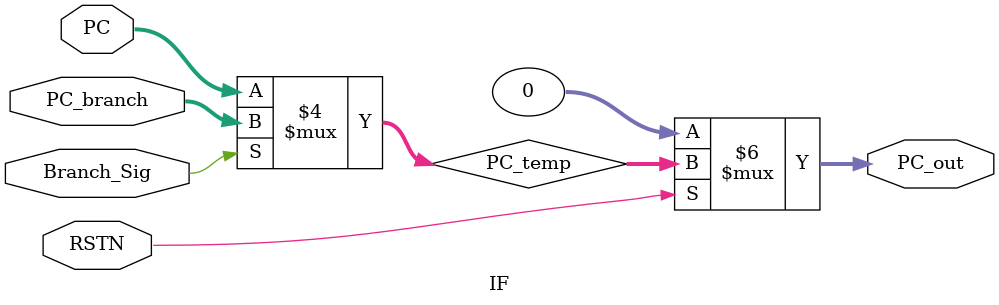
<source format=v>
module IF (
        input [31:0] PC, 
        input RSTN,
        input Branch_Sig,
        input [31:0] PC_branch,

        output reg [31:0] PC_out
);
        wire [31:0] PC_temp;

        always @ (*) begin
                if (~RSTN) begin PC_out = 0; end
                else begin PC_out = PC_temp; end
        end
        
        assign PC_temp = (Branch_Sig == 1) ? PC_branch : PC;


endmodule
</source>
